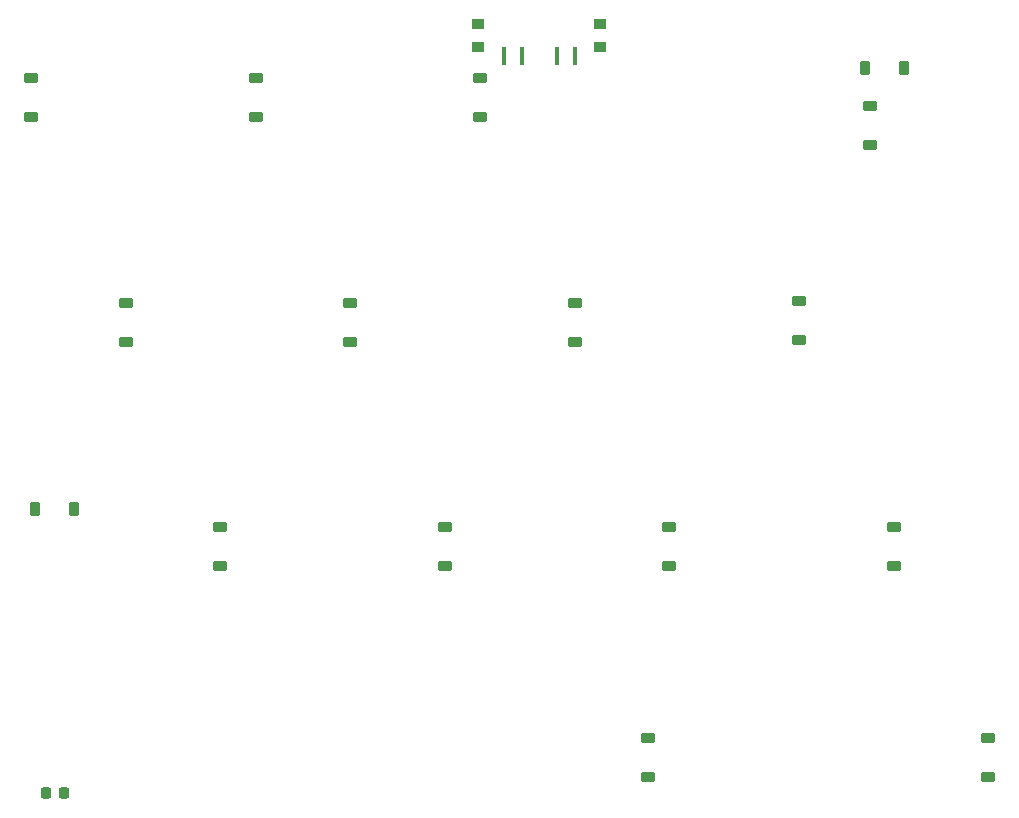
<source format=gbp>
%TF.GenerationSoftware,KiCad,Pcbnew,7.0.8*%
%TF.CreationDate,2023-11-29T19:23:37+01:00*%
%TF.ProjectId,Mathboard,4d617468-626f-4617-9264-2e6b69636164,rev?*%
%TF.SameCoordinates,Original*%
%TF.FileFunction,Paste,Bot*%
%TF.FilePolarity,Positive*%
%FSLAX46Y46*%
G04 Gerber Fmt 4.6, Leading zero omitted, Abs format (unit mm)*
G04 Created by KiCad (PCBNEW 7.0.8) date 2023-11-29 19:23:37*
%MOMM*%
%LPD*%
G01*
G04 APERTURE LIST*
G04 Aperture macros list*
%AMRoundRect*
0 Rectangle with rounded corners*
0 $1 Rounding radius*
0 $2 $3 $4 $5 $6 $7 $8 $9 X,Y pos of 4 corners*
0 Add a 4 corners polygon primitive as box body*
4,1,4,$2,$3,$4,$5,$6,$7,$8,$9,$2,$3,0*
0 Add four circle primitives for the rounded corners*
1,1,$1+$1,$2,$3*
1,1,$1+$1,$4,$5*
1,1,$1+$1,$6,$7*
1,1,$1+$1,$8,$9*
0 Add four rect primitives between the rounded corners*
20,1,$1+$1,$2,$3,$4,$5,0*
20,1,$1+$1,$4,$5,$6,$7,0*
20,1,$1+$1,$6,$7,$8,$9,0*
20,1,$1+$1,$8,$9,$2,$3,0*%
G04 Aperture macros list end*
%ADD10RoundRect,0.225000X0.225000X0.375000X-0.225000X0.375000X-0.225000X-0.375000X0.225000X-0.375000X0*%
%ADD11RoundRect,0.225000X0.375000X-0.225000X0.375000X0.225000X-0.375000X0.225000X-0.375000X-0.225000X0*%
%ADD12RoundRect,0.225000X-0.375000X0.225000X-0.375000X-0.225000X0.375000X-0.225000X0.375000X0.225000X0*%
%ADD13RoundRect,0.225000X-0.225000X-0.375000X0.225000X-0.375000X0.225000X0.375000X-0.225000X0.375000X0*%
%ADD14RoundRect,0.225000X0.225000X0.250000X-0.225000X0.250000X-0.225000X-0.250000X0.225000X-0.250000X0*%
%ADD15R,0.406400X1.499997*%
%ADD16R,0.990600X0.812800*%
G04 APERTURE END LIST*
D10*
%TO.C,D10*%
X93950000Y-84000000D03*
X90650000Y-84000000D03*
%TD*%
D11*
%TO.C,D16*%
X171300000Y-106650000D03*
X171300000Y-103350000D03*
%TD*%
D12*
%TO.C,D2*%
X109300000Y-47500000D03*
X109300000Y-50800000D03*
%TD*%
%TO.C,D7*%
X117300000Y-66500000D03*
X117300000Y-69800000D03*
%TD*%
%TO.C,D12*%
X125300000Y-85500000D03*
X125300000Y-88800000D03*
%TD*%
%TO.C,D1*%
X90300000Y-47500000D03*
X90300000Y-50800000D03*
%TD*%
D13*
%TO.C,D5*%
X160850000Y-46600000D03*
X164150000Y-46600000D03*
%TD*%
D12*
%TO.C,D9*%
X155300000Y-66350000D03*
X155300000Y-69650000D03*
%TD*%
%TO.C,D3*%
X128300000Y-47500000D03*
X128300000Y-50800000D03*
%TD*%
%TO.C,D11*%
X106300000Y-85500000D03*
X106300000Y-88800000D03*
%TD*%
D14*
%TO.C,C1*%
X93075000Y-108000000D03*
X91525000Y-108000000D03*
%TD*%
D12*
%TO.C,D8*%
X136300000Y-66500000D03*
X136300000Y-69800000D03*
%TD*%
D11*
%TO.C,D15*%
X142550000Y-106650000D03*
X142550000Y-103350000D03*
%TD*%
D12*
%TO.C,D13*%
X144300000Y-85500000D03*
X144300000Y-88800000D03*
%TD*%
%TO.C,D6*%
X98300000Y-66500000D03*
X98300000Y-69800000D03*
%TD*%
%TO.C,D4*%
X161300000Y-49850000D03*
X161300000Y-53150000D03*
%TD*%
%TO.C,D14*%
X163300000Y-85500000D03*
X163300000Y-88800000D03*
%TD*%
D15*
%TO.C,SW17*%
X130299999Y-45648000D03*
X131799999Y-45648000D03*
X134800001Y-45648000D03*
X136300000Y-45648000D03*
D16*
X128150000Y-44869500D03*
X128150000Y-42926500D03*
X138450000Y-44869500D03*
X138450000Y-42926500D03*
%TD*%
M02*

</source>
